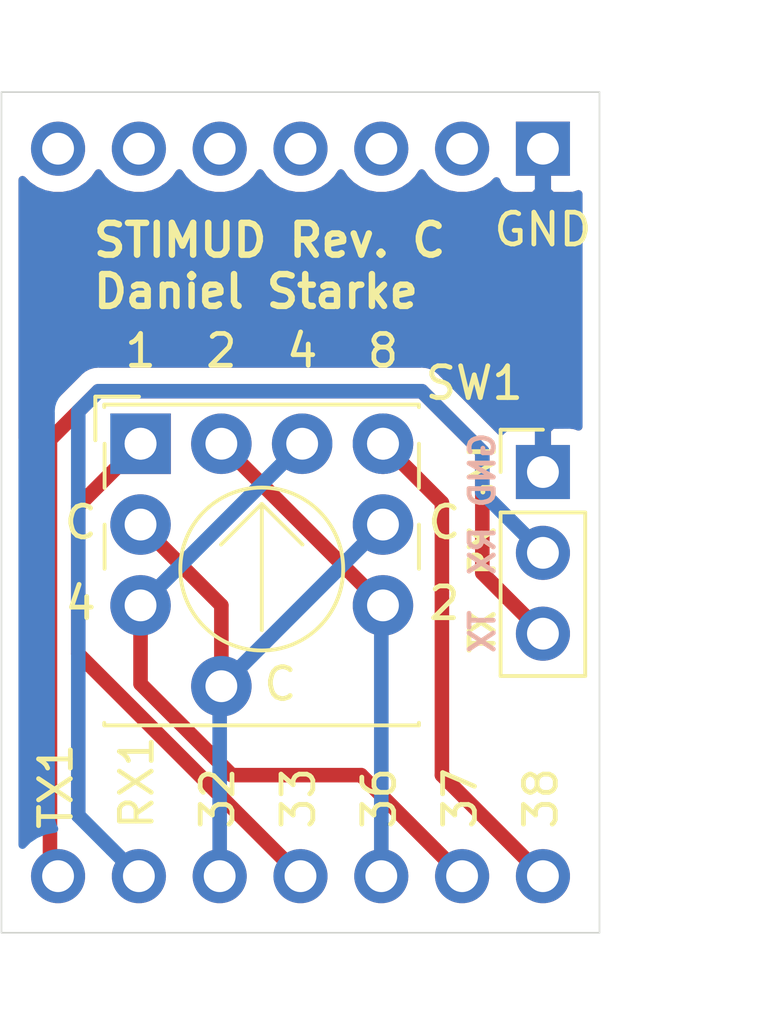
<source format=kicad_pcb>
(kicad_pcb (version 20171130) (host pcbnew "(5.1.5)-3")

  (general
    (thickness 1.6)
    (drawings 28)
    (tracks 38)
    (zones 0)
    (modules 5)
    (nets 15)
  )

  (page A4)
  (layers
    (0 F.Cu signal)
    (31 B.Cu signal)
    (32 B.Adhes user)
    (33 F.Adhes user)
    (34 B.Paste user)
    (35 F.Paste user)
    (36 B.SilkS user)
    (37 F.SilkS user)
    (38 B.Mask user)
    (39 F.Mask user)
    (40 Dwgs.User user)
    (41 Cmts.User user)
    (42 Eco1.User user)
    (43 Eco2.User user)
    (44 Edge.Cuts user)
    (45 Margin user)
    (46 B.CrtYd user)
    (47 F.CrtYd user)
    (48 B.Fab user)
    (49 F.Fab user)
  )

  (setup
    (last_trace_width 0.4572)
    (trace_clearance 0.254)
    (zone_clearance 0.508)
    (zone_45_only no)
    (trace_min 0.0889)
    (via_size 0.5)
    (via_drill 0.3)
    (via_min_size 0.5)
    (via_min_drill 0.3)
    (uvia_size 0.5)
    (uvia_drill 0.3)
    (uvias_allowed no)
    (uvia_min_size 0.5)
    (uvia_min_drill 0.3)
    (edge_width 0.05)
    (segment_width 0.2)
    (pcb_text_width 0.3)
    (pcb_text_size 1.5 1.5)
    (mod_edge_width 0.12)
    (mod_text_size 1 1)
    (mod_text_width 0.15)
    (pad_size 1.7 1.7)
    (pad_drill 1)
    (pad_to_mask_clearance 0.0889)
    (solder_mask_min_width 0.0889)
    (aux_axis_origin 26.162 47.498)
    (visible_elements 7FFFFFFF)
    (pcbplotparams
      (layerselection 0x010f0_ffffffff)
      (usegerberextensions false)
      (usegerberattributes false)
      (usegerberadvancedattributes false)
      (creategerberjobfile false)
      (excludeedgelayer false)
      (linewidth 0.020000)
      (plotframeref false)
      (viasonmask false)
      (mode 1)
      (useauxorigin true)
      (hpglpennumber 1)
      (hpglpenspeed 20)
      (hpglpendiameter 15.000000)
      (psnegative false)
      (psa4output false)
      (plotreference true)
      (plotvalue true)
      (plotinvisibletext false)
      (padsonsilk false)
      (subtractmaskfromsilk false)
      (outputformat 1)
      (mirror false)
      (drillshape 0)
      (scaleselection 1)
      (outputdirectory "gerber"))
  )

  (net 0 "")
  (net 1 "Net-(J1-Pad6)")
  (net 2 "Net-(J1-Pad5)")
  (net 3 "Net-(J1-Pad4)")
  (net 4 "Net-(J1-Pad3)")
  (net 5 "Net-(J1-Pad2)")
  (net 6 "Net-(J1-Pad1)")
  (net 7 "Net-(J2-Pad6)")
  (net 8 "Net-(J2-Pad5)")
  (net 9 "Net-(J2-Pad4)")
  (net 10 "Net-(J2-Pad3)")
  (net 11 GND)
  (net 12 "Net-(J2-Pad7)")
  (net 13 /RX)
  (net 14 /TX)

  (net_class Default "This is the default net class."
    (clearance 0.254)
    (trace_width 0.4572)
    (via_dia 0.5)
    (via_drill 0.3)
    (uvia_dia 0.5)
    (uvia_drill 0.3)
    (diff_pair_width 0.1524)
    (diff_pair_gap 0.1524)
    (add_net /RX)
    (add_net /TX)
    (add_net GND)
    (add_net "Net-(J1-Pad1)")
    (add_net "Net-(J1-Pad2)")
    (add_net "Net-(J1-Pad3)")
    (add_net "Net-(J1-Pad4)")
    (add_net "Net-(J1-Pad5)")
    (add_net "Net-(J1-Pad6)")
    (add_net "Net-(J2-Pad3)")
    (add_net "Net-(J2-Pad4)")
    (add_net "Net-(J2-Pad5)")
    (add_net "Net-(J2-Pad6)")
    (add_net "Net-(J2-Pad7)")
  )

  (module Connector_PinHeader_2.54mm:PinHeader_1x03_P2.54mm_Vertical (layer F.Cu) (tedit 59FED5CC) (tstamp 5EE4EF69)
    (at 43.18 33.02)
    (descr "Through hole straight pin header, 1x03, 2.54mm pitch, single row")
    (tags "Through hole pin header THT 1x03 2.54mm single row")
    (path /5EE53CDC)
    (fp_text reference J3 (at 0 -2.33) (layer F.SilkS) hide
      (effects (font (size 1 1) (thickness 0.15)))
    )
    (fp_text value Conn_01x03_Male (at 0 7.41) (layer F.Fab)
      (effects (font (size 1 1) (thickness 0.15)))
    )
    (fp_text user %R (at 0 2.54 90) (layer F.Fab)
      (effects (font (size 1 1) (thickness 0.15)))
    )
    (fp_line (start 1.8 -1.8) (end -1.8 -1.8) (layer F.CrtYd) (width 0.05))
    (fp_line (start 1.8 6.85) (end 1.8 -1.8) (layer F.CrtYd) (width 0.05))
    (fp_line (start -1.8 6.85) (end 1.8 6.85) (layer F.CrtYd) (width 0.05))
    (fp_line (start -1.8 -1.8) (end -1.8 6.85) (layer F.CrtYd) (width 0.05))
    (fp_line (start -1.33 -1.33) (end 0 -1.33) (layer F.SilkS) (width 0.12))
    (fp_line (start -1.33 0) (end -1.33 -1.33) (layer F.SilkS) (width 0.12))
    (fp_line (start -1.33 1.27) (end 1.33 1.27) (layer F.SilkS) (width 0.12))
    (fp_line (start 1.33 1.27) (end 1.33 6.41) (layer F.SilkS) (width 0.12))
    (fp_line (start -1.33 1.27) (end -1.33 6.41) (layer F.SilkS) (width 0.12))
    (fp_line (start -1.33 6.41) (end 1.33 6.41) (layer F.SilkS) (width 0.12))
    (fp_line (start -1.27 -0.635) (end -0.635 -1.27) (layer F.Fab) (width 0.1))
    (fp_line (start -1.27 6.35) (end -1.27 -0.635) (layer F.Fab) (width 0.1))
    (fp_line (start 1.27 6.35) (end -1.27 6.35) (layer F.Fab) (width 0.1))
    (fp_line (start 1.27 -1.27) (end 1.27 6.35) (layer F.Fab) (width 0.1))
    (fp_line (start -0.635 -1.27) (end 1.27 -1.27) (layer F.Fab) (width 0.1))
    (pad 3 thru_hole oval (at 0 5.08) (size 1.7 1.7) (drill 1) (layers *.Cu *.Mask)
      (net 14 /TX))
    (pad 2 thru_hole oval (at 0 2.54) (size 1.7 1.7) (drill 1) (layers *.Cu *.Mask)
      (net 13 /RX))
    (pad 1 thru_hole rect (at 0 0) (size 1.7 1.7) (drill 1) (layers *.Cu *.Mask)
      (net 11 GND))
    (model ${KISYS3DMOD}/Connector_PinHeader_2.54mm.3dshapes/PinHeader_1x03_P2.54mm_Vertical.wrl
      (at (xyz 0 0 0))
      (scale (xyz 1 1 1))
      (rotate (xyz 0 0 0))
    )
  )

  (module Connector_PinSocket_2.54mm:PinSocket_1x07_P2.54mm_Vertical (layer B.Cu) (tedit 5E6FFD37) (tstamp 5E69FD8B)
    (at 27.94 45.72 270)
    (descr "Through hole straight socket strip, 1x07, 2.54mm pitch, single row (from Kicad 4.0.7), script generated")
    (tags "Through hole socket strip THT 1x07 2.54mm single row")
    (path /5E6A0BFC)
    (fp_text reference J2 (at 0 2.77 90) (layer B.SilkS) hide
      (effects (font (size 1 1) (thickness 0.15)) (justify mirror))
    )
    (fp_text value Conn_01x07 (at 0 -18.01 90) (layer B.Fab)
      (effects (font (size 1 1) (thickness 0.15)) (justify mirror))
    )
    (fp_text user %R (at 0 -7.62) (layer B.Fab)
      (effects (font (size 1 1) (thickness 0.15)) (justify mirror))
    )
    (fp_line (start -1.8 -17) (end -1.8 1.8) (layer B.CrtYd) (width 0.05))
    (fp_line (start 1.75 -17) (end -1.8 -17) (layer B.CrtYd) (width 0.05))
    (fp_line (start 1.75 1.8) (end 1.75 -17) (layer B.CrtYd) (width 0.05))
    (fp_line (start -1.8 1.8) (end 1.75 1.8) (layer B.CrtYd) (width 0.05))
    (fp_line (start -1.27 -16.51) (end -1.27 1.27) (layer B.Fab) (width 0.1))
    (fp_line (start 1.27 -16.51) (end -1.27 -16.51) (layer B.Fab) (width 0.1))
    (fp_line (start 1.27 0.635) (end 1.27 -16.51) (layer B.Fab) (width 0.1))
    (fp_line (start 0.635 1.27) (end 1.27 0.635) (layer B.Fab) (width 0.1))
    (fp_line (start -1.27 1.27) (end 0.635 1.27) (layer B.Fab) (width 0.1))
    (pad 7 thru_hole oval (at 0 -15.24 270) (size 1.7 1.7) (drill 1) (layers *.Cu *.Mask)
      (net 12 "Net-(J2-Pad7)"))
    (pad 6 thru_hole oval (at 0 -12.7 270) (size 1.7 1.7) (drill 1) (layers *.Cu *.Mask)
      (net 7 "Net-(J2-Pad6)"))
    (pad 5 thru_hole oval (at 0 -10.16 270) (size 1.7 1.7) (drill 1) (layers *.Cu *.Mask)
      (net 8 "Net-(J2-Pad5)"))
    (pad 4 thru_hole oval (at 0 -7.62 270) (size 1.7 1.7) (drill 1) (layers *.Cu *.Mask)
      (net 9 "Net-(J2-Pad4)"))
    (pad 3 thru_hole oval (at 0 -5.08 270) (size 1.7 1.7) (drill 1) (layers *.Cu *.Mask)
      (net 10 "Net-(J2-Pad3)"))
    (pad 2 thru_hole oval (at 0 -2.54 270) (size 1.7 1.7) (drill 1) (layers *.Cu *.Mask)
      (net 13 /RX))
    (pad 1 thru_hole circle (at 0 0 270) (size 1.7 1.7) (drill 1) (layers *.Cu *.Mask)
      (net 14 /TX))
    (model ${KISYS3DMOD}/Connector_PinSocket_2.54mm.3dshapes/PinSocket_1x07_P2.54mm_Vertical.wrl
      (at (xyz 0 0 0))
      (scale (xyz 1 1 1))
      (rotate (xyz 0 0 0))
    )
  )

  (module Connector_PinSocket_2.54mm:PinSocket_1x07_P2.54mm_Vertical (layer B.Cu) (tedit 5E6FFD20) (tstamp 5E69FD70)
    (at 27.94 22.86 270)
    (descr "Through hole straight socket strip, 1x07, 2.54mm pitch, single row (from Kicad 4.0.7), script generated")
    (tags "Through hole socket strip THT 1x07 2.54mm single row")
    (path /5E69FBFF)
    (fp_text reference J1 (at 0 2.77 90) (layer B.SilkS) hide
      (effects (font (size 1 1) (thickness 0.15)) (justify mirror))
    )
    (fp_text value Conn_01x07 (at 0 -18.01 90) (layer B.Fab)
      (effects (font (size 1 1) (thickness 0.15)) (justify mirror))
    )
    (fp_text user %R (at 0 -7.62) (layer B.Fab)
      (effects (font (size 1 1) (thickness 0.15)) (justify mirror))
    )
    (fp_line (start -1.8 -17) (end -1.8 1.8) (layer B.CrtYd) (width 0.05))
    (fp_line (start 1.75 -17) (end -1.8 -17) (layer B.CrtYd) (width 0.05))
    (fp_line (start 1.75 1.8) (end 1.75 -17) (layer B.CrtYd) (width 0.05))
    (fp_line (start -1.8 1.8) (end 1.75 1.8) (layer B.CrtYd) (width 0.05))
    (fp_line (start -1.27 -16.51) (end -1.27 1.27) (layer B.Fab) (width 0.1))
    (fp_line (start 1.27 -16.51) (end -1.27 -16.51) (layer B.Fab) (width 0.1))
    (fp_line (start 1.27 0.635) (end 1.27 -16.51) (layer B.Fab) (width 0.1))
    (fp_line (start 0.635 1.27) (end 1.27 0.635) (layer B.Fab) (width 0.1))
    (fp_line (start -1.27 1.27) (end 0.635 1.27) (layer B.Fab) (width 0.1))
    (pad 7 thru_hole rect (at 0 -15.24 270) (size 1.7 1.7) (drill 1) (layers *.Cu *.Mask)
      (net 11 GND))
    (pad 6 thru_hole oval (at 0 -12.7 270) (size 1.7 1.7) (drill 1) (layers *.Cu *.Mask)
      (net 1 "Net-(J1-Pad6)"))
    (pad 5 thru_hole oval (at 0 -10.16 270) (size 1.7 1.7) (drill 1) (layers *.Cu *.Mask)
      (net 2 "Net-(J1-Pad5)"))
    (pad 4 thru_hole oval (at 0 -7.62 270) (size 1.7 1.7) (drill 1) (layers *.Cu *.Mask)
      (net 3 "Net-(J1-Pad4)"))
    (pad 3 thru_hole oval (at 0 -5.08 270) (size 1.7 1.7) (drill 1) (layers *.Cu *.Mask)
      (net 4 "Net-(J1-Pad3)"))
    (pad 2 thru_hole oval (at 0 -2.54 270) (size 1.7 1.7) (drill 1) (layers *.Cu *.Mask)
      (net 5 "Net-(J1-Pad2)"))
    (pad 1 thru_hole circle (at 0 0 270) (size 1.7 1.7) (drill 1) (layers *.Cu *.Mask)
      (net 6 "Net-(J1-Pad1)"))
    (model ${KISYS3DMOD}/Connector_PinSocket_2.54mm.3dshapes/PinSocket_1x07_P2.54mm_Vertical.wrl
      (at (xyz 0 0 0))
      (scale (xyz 1 1 1))
      (rotate (xyz 0 0 0))
    )
  )

  (module Button_Switch_THT:Nidec_Copal_SH-7010C (layer F.Cu) (tedit 5E6FF2D2) (tstamp 5E69DAA1)
    (at 30.5325 32.131)
    (descr "4-bit rotary coded switch, through-hole, https://www.nidec-copal-electronics.com/e/catalog/switch/sh-7000.pdf")
    (tags "rotary switch bcd")
    (path /5E695944)
    (fp_text reference SW1 (at 10.4885 -1.905) (layer F.SilkS)
      (effects (font (size 1 1) (thickness 0.15)))
    )
    (fp_text value SW_Coded_SH-7050 (at 3.81 7.44) (layer F.Fab)
      (effects (font (size 1 1) (thickness 0.15)))
    )
    (fp_text user %R (at 3.81 2.54) (layer F.Fab)
      (effects (font (size 1 1) (thickness 0.15)))
    )
    (fp_line (start 8.92 -1.36) (end -1.3 -1.36) (layer F.CrtYd) (width 0.05))
    (fp_line (start 8.92 6.44) (end 8.92 -1.36) (layer F.CrtYd) (width 0.05))
    (fp_line (start -1.3 6.44) (end 8.92 6.44) (layer F.CrtYd) (width 0.05))
    (fp_line (start -1.3 -1.36) (end -1.3 6.44) (layer F.CrtYd) (width 0.05))
    (fp_line (start -1.42 -1.48) (end -0.05 -1.48) (layer F.SilkS) (width 0.12))
    (fp_line (start -1.42 -0.11) (end -1.42 -1.48) (layer F.SilkS) (width 0.12))
    (fp_line (start 0.26 -0.11) (end 1.26 -1.11) (layer F.Fab) (width 0.1))
    (fp_line (start 0.26 6.19) (end 0.26 -0.11) (layer F.Fab) (width 0.1))
    (fp_line (start 7.36 6.19) (end 0.26 6.19) (layer F.Fab) (width 0.1))
    (fp_line (start 7.36 -1.11) (end 7.36 6.19) (layer F.Fab) (width 0.1))
    (fp_line (start 1.26 -1.11) (end 7.36 -1.11) (layer F.Fab) (width 0.1))
    (pad 2 thru_hole circle (at 7.62 5.08) (size 1.9 1.9) (drill 1) (layers *.Cu *.Mask)
      (net 8 "Net-(J2-Pad5)"))
    (pad 4 thru_hole circle (at 0 5.08) (size 1.9 1.9) (drill 1) (layers *.Cu *.Mask)
      (net 7 "Net-(J2-Pad6)"))
    (pad C thru_hole circle (at 7.62 2.54) (size 1.9 1.9) (drill 1) (layers *.Cu *.Mask)
      (net 10 "Net-(J2-Pad3)"))
    (pad C thru_hole circle (at 0 2.54) (size 1.9 1.9) (drill 1) (layers *.Cu *.Mask)
      (net 10 "Net-(J2-Pad3)"))
    (pad 8 thru_hole circle (at 7.62 0) (size 1.9 1.9) (drill 1) (layers *.Cu *.Mask)
      (net 12 "Net-(J2-Pad7)"))
    (pad 1 thru_hole rect (at 0 0) (size 1.9 1.9) (drill 1) (layers *.Cu *.Mask)
      (net 9 "Net-(J2-Pad4)"))
    (model ../switch-a/8421C.step
      (offset (xyz -1.2065 -7.62 0))
      (scale (xyz 1 1 1))
      (rotate (xyz 0 0 0))
    )
  )

  (module Button_Switch_THT:ROT_10 (layer F.Cu) (tedit 5E6FF2B2) (tstamp 5E6B49EB)
    (at 30.5325 32.131)
    (descr "4-bit rotary coded switch, through-hole, https://www.nidec-copal-electronics.com/e/catalog/switch/sh-7000.pdf")
    (tags "rotary switch bcd")
    (path /5E6ABE40)
    (fp_text reference SW2 (at 11.176 3.302) (layer F.SilkS) hide
      (effects (font (size 1 1) (thickness 0.15)))
    )
    (fp_text value SW_Coded_SH-7010 (at 3.81 9.652) (layer F.Fab)
      (effects (font (size 1 1) (thickness 0.15)))
    )
    (fp_text user %R (at 3.81 2.54) (layer F.Fab)
      (effects (font (size 1 1) (thickness 0.15)))
    )
    (fp_line (start 8.92 -1.36) (end -1.3 -1.36) (layer F.CrtYd) (width 0.05))
    (fp_line (start 8.89 8.89) (end 8.92 -1.36) (layer F.CrtYd) (width 0.05))
    (fp_line (start -1.3 8.89) (end 8.89 8.89) (layer F.CrtYd) (width 0.05))
    (fp_line (start -1.3 -1.36) (end -1.3 8.89) (layer F.CrtYd) (width 0.05))
    (fp_line (start 3.81 1.89) (end 5.09 3.17) (layer F.SilkS) (width 0.12))
    (fp_line (start 2.53 3.17) (end 3.81 1.89) (layer F.SilkS) (width 0.12))
    (fp_line (start 3.81 2.017) (end 3.81 5.857) (layer F.SilkS) (width 0.12))
    (fp_line (start -1.42 -1.48) (end -0.05 -1.48) (layer F.SilkS) (width 0.12))
    (fp_line (start -1.42 -0.11) (end -1.42 -1.48) (layer F.SilkS) (width 0.12))
    (fp_line (start 8.75 2.54) (end 8.75 3.93) (layer F.SilkS) (width 0.12))
    (fp_line (start 8.75 0) (end 8.75 1.39) (layer F.SilkS) (width 0.12))
    (fp_line (start -1.13 2.54) (end -1.13 3.93) (layer F.SilkS) (width 0.12))
    (fp_line (start -1.13 0) (end -1.13 1.39) (layer F.SilkS) (width 0.12))
    (fp_line (start 8.75 8.85) (end 8.75 8.77) (layer F.SilkS) (width 0.12))
    (fp_line (start -1.14 8.85) (end 8.75 8.85) (layer F.SilkS) (width 0.12))
    (fp_line (start -1.14 8.77) (end -1.14 8.85) (layer F.SilkS) (width 0.12))
    (fp_line (start 8.75 -1.23) (end 8.75 -1.15) (layer F.SilkS) (width 0.12))
    (fp_line (start -1.14 -1.23) (end 8.75 -1.23) (layer F.SilkS) (width 0.12))
    (fp_line (start -1.14 -1.15) (end -1.14 -1.23) (layer F.SilkS) (width 0.12))
    (fp_line (start -1 -0.11) (end 0 -1.11) (layer F.Fab) (width 0.1))
    (fp_line (start -1.01 8.73) (end -1.01 -0.11) (layer F.Fab) (width 0.1))
    (fp_line (start 8.63 8.73) (end 0.26 8.73) (layer F.Fab) (width 0.1))
    (fp_line (start 8.63 -1.11) (end 8.63 8.73) (layer F.Fab) (width 0.1))
    (fp_line (start 0 -1.11) (end 8.63 -1.11) (layer F.Fab) (width 0.1))
    (fp_circle (center 3.81 3.937) (end 6.37 3.937) (layer F.SilkS) (width 0.12))
    (pad C thru_hole circle (at 2.54 7.62) (size 1.9 1.9) (drill 1) (layers *.Cu *.Mask)
      (net 10 "Net-(J2-Pad3)"))
    (pad 4 thru_hole circle (at 5.08 0) (size 1.9 1.9) (drill 1) (layers *.Cu *.Mask)
      (net 7 "Net-(J2-Pad6)"))
    (pad 2 thru_hole circle (at 2.54 0) (size 1.9 1.9) (drill 1) (layers *.Cu *.Mask)
      (net 8 "Net-(J2-Pad5)"))
    (pad 8 thru_hole circle (at 7.62 0) (size 1.9 1.9) (drill 1) (layers *.Cu *.Mask)
      (net 12 "Net-(J2-Pad7)"))
    (pad 1 thru_hole rect (at 0 0) (size 1.9 1.9) (drill 1) (layers *.Cu *.Mask)
      (net 9 "Net-(J2-Pad4)"))
    (model ${KISYS3DMOD}/Button_Switch_THT.3dshapes/Nidec_Copal_SH-7010C.wrl
      (at (xyz 0 0 0))
      (scale (xyz 1 1 1))
      (rotate (xyz 0 0 0))
    )
  )

  (gr_text TX (at 41.275 38.04 90) (layer B.SilkS) (tstamp 5EE4F10D)
    (effects (font (size 0.762 0.762) (thickness 0.15)) (justify mirror))
  )
  (gr_text GND (at 41.275 32.96 90) (layer B.SilkS) (tstamp 5EE4F10C)
    (effects (font (size 0.762 0.762) (thickness 0.15)) (justify mirror))
  )
  (gr_text RX (at 41.275 35.5 90) (layer B.SilkS) (tstamp 5EE4F10B)
    (effects (font (size 0.762 0.762) (thickness 0.15)) (justify mirror))
  )
  (gr_text TX (at 41.275 38.04 90) (layer F.SilkS) (tstamp 5EE4F0D5)
    (effects (font (size 0.762 0.762) (thickness 0.15)))
  )
  (gr_text RX (at 41.275 35.5 90) (layer F.SilkS) (tstamp 5EE4F0D5)
    (effects (font (size 0.762 0.762) (thickness 0.15)))
  )
  (gr_text GND (at 41.275 32.96 90) (layer F.SilkS) (tstamp 5EE4F0D0)
    (effects (font (size 0.762 0.762) (thickness 0.15)))
  )
  (gr_text 37 (at 40.5725 43.27519 90) (layer F.SilkS) (tstamp 5EE4E70C)
    (effects (font (size 1 1) (thickness 0.15)))
  )
  (gr_text C (at 34.925 39.6835) (layer F.SilkS) (tstamp 5E6FF9BE)
    (effects (font (size 1 1) (thickness 0.15)))
  )
  (gr_text C (at 28.6495 34.6035) (layer F.SilkS) (tstamp 5E6FF9B8)
    (effects (font (size 1 1) (thickness 0.15)))
  )
  (gr_text C (at 40.0795 34.6035) (layer F.SilkS) (tstamp 5E6FF9B3)
    (effects (font (size 1 1) (thickness 0.15)))
  )
  (gr_text 2 (at 40.0795 37.1435) (layer F.SilkS) (tstamp 5E6FF9AD)
    (effects (font (size 1 1) (thickness 0.15)))
  )
  (gr_text 4 (at 28.6495 37.1435) (layer F.SilkS) (tstamp 5E6FF9AD)
    (effects (font (size 1 1) (thickness 0.15)))
  )
  (gr_text 8 (at 38.1525 29.21) (layer F.SilkS) (tstamp 5E6FF931)
    (effects (font (size 1 1) (thickness 0.15)))
  )
  (gr_text 4 (at 35.6125 29.21) (layer F.SilkS) (tstamp 5E6FF931)
    (effects (font (size 1 1) (thickness 0.15)))
  )
  (gr_text 2 (at 33.0725 29.21) (layer F.SilkS) (tstamp 5E6FF931)
    (effects (font (size 1 1) (thickness 0.15)))
  )
  (gr_text 1 (at 30.5325 29.21) (layer F.SilkS) (tstamp 5E6FF92B)
    (effects (font (size 1 1) (thickness 0.15)))
  )
  (gr_text GND (at 43.18 25.4) (layer F.SilkS) (tstamp 5E6A00A8)
    (effects (font (size 1 1) (thickness 0.15)))
  )
  (gr_text "STIMUD Rev. C\nDaniel Starke" (at 28.956 26.543) (layer F.SilkS)
    (effects (font (size 1 1) (thickness 0.2032)) (justify left))
  )
  (gr_text 36 (at 38.0325 43.27519 90) (layer F.SilkS) (tstamp 5E69E101)
    (effects (font (size 1 1) (thickness 0.15)))
  )
  (gr_text 38 (at 43.1125 43.27519 90) (layer F.SilkS) (tstamp 5E69E100)
    (effects (font (size 1 1) (thickness 0.15)))
  )
  (gr_text TX1 (at 27.8725 42.894238 90) (layer F.SilkS) (tstamp 5E69E0FF)
    (effects (font (size 1 1) (thickness 0.15)))
  )
  (gr_text RX1 (at 30.4125 42.77519 90) (layer F.SilkS) (tstamp 5E69E0FE)
    (effects (font (size 1 1) (thickness 0.15)))
  )
  (gr_text 33 (at 35.4925 43.27519 90) (layer F.SilkS) (tstamp 5E69E0FD)
    (effects (font (size 1 1) (thickness 0.15)))
  )
  (gr_text 32 (at 32.9525 43.27519 90) (layer F.SilkS) (tstamp 5E69E0FC)
    (effects (font (size 1 1) (thickness 0.15)))
  )
  (gr_line (start 44.958 21.082) (end 26.162 21.082) (layer Edge.Cuts) (width 0.05) (tstamp 5E69DD2F))
  (gr_line (start 44.958 47.498) (end 44.958 21.082) (layer Edge.Cuts) (width 0.05) (tstamp 5E69FFF0))
  (gr_line (start 26.162 47.498) (end 44.958 47.498) (layer Edge.Cuts) (width 0.05))
  (gr_line (start 26.162 21.082) (end 26.162 47.498) (layer Edge.Cuts) (width 0.05))

  (segment (start 30.5325 37.211) (end 35.6125 32.131) (width 0.4572) (layer B.Cu) (net 7))
  (segment (start 39.790001 44.870001) (end 40.64 45.72) (width 0.4572) (layer F.Cu) (net 7))
  (segment (start 37.465 42.545) (end 39.790001 44.870001) (width 0.4572) (layer F.Cu) (net 7))
  (segment (start 33.401 42.545) (end 37.465 42.545) (width 0.4572) (layer F.Cu) (net 7))
  (segment (start 30.5325 37.211) (end 30.5325 39.6765) (width 0.4572) (layer F.Cu) (net 7))
  (segment (start 30.5325 39.6765) (end 33.401 42.545) (width 0.4572) (layer F.Cu) (net 7))
  (segment (start 33.0725 32.131) (end 33.02 32.131) (width 0.4572) (layer F.Cu) (net 8))
  (segment (start 38.1525 37.211) (end 33.0725 32.131) (width 0.4572) (layer F.Cu) (net 8))
  (segment (start 38.1 37.2635) (end 38.1525 37.211) (width 0.4572) (layer B.Cu) (net 8))
  (segment (start 38.1 45.72) (end 38.1 37.2635) (width 0.4572) (layer B.Cu) (net 8))
  (segment (start 28.575 34.0885) (end 30.5325 32.131) (width 0.4572) (layer F.Cu) (net 9))
  (segment (start 35.56 45.72) (end 28.575 38.735) (width 0.4572) (layer F.Cu) (net 9))
  (segment (start 28.575 38.735) (end 28.575 34.0885) (width 0.4572) (layer F.Cu) (net 9))
  (segment (start 33.02 39.8035) (end 33.0725 39.751) (width 0.4572) (layer B.Cu) (net 10))
  (segment (start 33.02 45.72) (end 33.02 39.8035) (width 0.4572) (layer B.Cu) (net 10))
  (segment (start 33.0725 37.211) (end 30.5325 34.671) (width 0.4572) (layer F.Cu) (net 10))
  (segment (start 33.0725 39.751) (end 33.0725 37.211) (width 0.4572) (layer F.Cu) (net 10))
  (segment (start 34.022499 38.801001) (end 38.1525 34.671) (width 0.4572) (layer B.Cu) (net 10))
  (segment (start 33.0725 39.751) (end 34.022499 38.801001) (width 0.4572) (layer B.Cu) (net 10))
  (segment (start 43.18 33.02) (end 43.18 22.86) (width 0.4572) (layer F.Cu) (net 11))
  (segment (start 40.005 33.9835) (end 38.1525 32.131) (width 0.4572) (layer F.Cu) (net 12))
  (segment (start 43.18 45.72) (end 40.005 42.545) (width 0.4572) (layer F.Cu) (net 12))
  (segment (start 40.005 42.545) (end 40.005 33.9835) (width 0.4572) (layer F.Cu) (net 12))
  (segment (start 29.630001 44.870001) (end 30.48 45.72) (width 0.4572) (layer B.Cu) (net 13))
  (segment (start 28.575 43.815) (end 29.630001 44.870001) (width 0.4572) (layer B.Cu) (net 13))
  (segment (start 28.575 31.115) (end 28.575 43.815) (width 0.4572) (layer B.Cu) (net 13))
  (segment (start 41.275 33.655) (end 41.275 32.385) (width 0.4572) (layer B.Cu) (net 13))
  (segment (start 43.18 35.56) (end 41.275 33.655) (width 0.4572) (layer B.Cu) (net 13))
  (segment (start 41.275 32.385) (end 39.37 30.48) (width 0.4572) (layer B.Cu) (net 13))
  (segment (start 39.37 30.48) (end 29.21 30.48) (width 0.4572) (layer B.Cu) (net 13))
  (segment (start 29.21 30.48) (end 28.575 31.115) (width 0.4572) (layer B.Cu) (net 13))
  (segment (start 41.275 36.195) (end 41.275 32.385) (width 0.4572) (layer F.Cu) (net 14))
  (segment (start 41.275 32.385) (end 39.37 30.48) (width 0.4572) (layer F.Cu) (net 14))
  (segment (start 43.18 38.1) (end 41.275 36.195) (width 0.4572) (layer F.Cu) (net 14))
  (segment (start 39.37 30.48) (end 29.21 30.48) (width 0.4572) (layer F.Cu) (net 14))
  (segment (start 27.686 45.466) (end 27.94 45.72) (width 0.4572) (layer F.Cu) (net 14))
  (segment (start 27.686 32.004) (end 27.686 45.466) (width 0.4572) (layer F.Cu) (net 14))
  (segment (start 29.21 30.48) (end 27.686 32.004) (width 0.4572) (layer F.Cu) (net 14))

  (zone (net 11) (net_name GND) (layer F.Cu) (tstamp 5E70018B) (hatch edge 0.508)
    (connect_pads (clearance 0.508))
    (min_thickness 0.254)
    (fill yes (arc_segments 32) (thermal_gap 0.508) (thermal_bridge_width 0.508))
    (polygon
      (pts
        (xy 44.704 47.244) (xy 26.416 47.244) (xy 26.416 21.336) (xy 44.704 21.336)
      )
    )
    (filled_polygon
      (pts
        (xy 43.307 22.733) (xy 43.327 22.733) (xy 43.327 22.987) (xy 43.307 22.987) (xy 43.307 24.18625)
        (xy 43.46575 24.345) (xy 44.03 24.348072) (xy 44.154482 24.335812) (xy 44.27418 24.299502) (xy 44.298001 24.286769)
        (xy 44.298001 31.593231) (xy 44.27418 31.580498) (xy 44.154482 31.544188) (xy 44.03 31.531928) (xy 43.46575 31.535)
        (xy 43.307 31.69375) (xy 43.307 32.893) (xy 43.327 32.893) (xy 43.327 33.147) (xy 43.307 33.147)
        (xy 43.307 33.167) (xy 43.053 33.167) (xy 43.053 33.147) (xy 43.033 33.147) (xy 43.033 32.893)
        (xy 43.053 32.893) (xy 43.053 31.69375) (xy 42.89425 31.535) (xy 42.33 31.531928) (xy 42.205518 31.544188)
        (xy 42.08582 31.580498) (xy 41.975506 31.639463) (xy 41.878815 31.718815) (xy 41.856976 31.745425) (xy 41.85566 31.744345)
        (xy 40.010664 29.89935) (xy 39.983612 29.866388) (xy 39.852112 29.758469) (xy 39.702084 29.678278) (xy 39.539295 29.628896)
        (xy 39.41242 29.6164) (xy 39.37 29.612222) (xy 39.32758 29.6164) (xy 29.252417 29.6164) (xy 29.209999 29.612222)
        (xy 29.167581 29.6164) (xy 29.16758 29.6164) (xy 29.040705 29.628896) (xy 28.877916 29.678278) (xy 28.727888 29.758469)
        (xy 28.596388 29.866388) (xy 28.569345 29.89934) (xy 27.10535 31.363337) (xy 27.072388 31.390388) (xy 26.964469 31.521889)
        (xy 26.884278 31.671917) (xy 26.845753 31.798916) (xy 26.834896 31.834706) (xy 26.822 31.965641) (xy 26.822 23.842107)
        (xy 26.993368 24.013475) (xy 27.236589 24.17599) (xy 27.506842 24.287932) (xy 27.79374 24.345) (xy 28.08626 24.345)
        (xy 28.373158 24.287932) (xy 28.643411 24.17599) (xy 28.886632 24.013475) (xy 29.093475 23.806632) (xy 29.21 23.63224)
        (xy 29.326525 23.806632) (xy 29.533368 24.013475) (xy 29.776589 24.17599) (xy 30.046842 24.287932) (xy 30.33374 24.345)
        (xy 30.62626 24.345) (xy 30.913158 24.287932) (xy 31.183411 24.17599) (xy 31.426632 24.013475) (xy 31.633475 23.806632)
        (xy 31.75 23.63224) (xy 31.866525 23.806632) (xy 32.073368 24.013475) (xy 32.316589 24.17599) (xy 32.586842 24.287932)
        (xy 32.87374 24.345) (xy 33.16626 24.345) (xy 33.453158 24.287932) (xy 33.723411 24.17599) (xy 33.966632 24.013475)
        (xy 34.173475 23.806632) (xy 34.29 23.63224) (xy 34.406525 23.806632) (xy 34.613368 24.013475) (xy 34.856589 24.17599)
        (xy 35.126842 24.287932) (xy 35.41374 24.345) (xy 35.70626 24.345) (xy 35.993158 24.287932) (xy 36.263411 24.17599)
        (xy 36.506632 24.013475) (xy 36.713475 23.806632) (xy 36.83 23.63224) (xy 36.946525 23.806632) (xy 37.153368 24.013475)
        (xy 37.396589 24.17599) (xy 37.666842 24.287932) (xy 37.95374 24.345) (xy 38.24626 24.345) (xy 38.533158 24.287932)
        (xy 38.803411 24.17599) (xy 39.046632 24.013475) (xy 39.253475 23.806632) (xy 39.37 23.63224) (xy 39.486525 23.806632)
        (xy 39.693368 24.013475) (xy 39.936589 24.17599) (xy 40.206842 24.287932) (xy 40.49374 24.345) (xy 40.78626 24.345)
        (xy 41.073158 24.287932) (xy 41.343411 24.17599) (xy 41.586632 24.013475) (xy 41.718487 23.88162) (xy 41.740498 23.95418)
        (xy 41.799463 24.064494) (xy 41.878815 24.161185) (xy 41.975506 24.240537) (xy 42.08582 24.299502) (xy 42.205518 24.335812)
        (xy 42.33 24.348072) (xy 42.89425 24.345) (xy 43.053 24.18625) (xy 43.053 22.987) (xy 43.033 22.987)
        (xy 43.033 22.733) (xy 43.053 22.733) (xy 43.053 22.713) (xy 43.307 22.713)
      )
    )
  )
  (zone (net 11) (net_name GND) (layer B.Cu) (tstamp 5E700188) (hatch edge 0.508)
    (connect_pads (clearance 0.508))
    (min_thickness 0.254)
    (fill yes (arc_segments 32) (thermal_gap 0.508) (thermal_bridge_width 0.508))
    (polygon
      (pts
        (xy 44.704 47.244) (xy 26.416 47.244) (xy 26.416 21.336) (xy 44.704 21.336)
      )
    )
    (filled_polygon
      (pts
        (xy 43.307 22.733) (xy 43.327 22.733) (xy 43.327 22.987) (xy 43.307 22.987) (xy 43.307 24.18625)
        (xy 43.46575 24.345) (xy 44.03 24.348072) (xy 44.154482 24.335812) (xy 44.27418 24.299502) (xy 44.298001 24.286769)
        (xy 44.298001 31.593231) (xy 44.27418 31.580498) (xy 44.154482 31.544188) (xy 44.03 31.531928) (xy 43.46575 31.535)
        (xy 43.307 31.69375) (xy 43.307 32.893) (xy 43.327 32.893) (xy 43.327 33.147) (xy 43.307 33.147)
        (xy 43.307 33.167) (xy 43.053 33.167) (xy 43.053 33.147) (xy 43.033 33.147) (xy 43.033 32.893)
        (xy 43.053 32.893) (xy 43.053 31.69375) (xy 42.89425 31.535) (xy 42.33 31.531928) (xy 42.205518 31.544188)
        (xy 42.08582 31.580498) (xy 41.975506 31.639463) (xy 41.878815 31.718815) (xy 41.856976 31.745425) (xy 41.85566 31.744345)
        (xy 40.010664 29.89935) (xy 39.983612 29.866388) (xy 39.852112 29.758469) (xy 39.702084 29.678278) (xy 39.539295 29.628896)
        (xy 39.41242 29.6164) (xy 39.37 29.612222) (xy 39.32758 29.6164) (xy 29.25242 29.6164) (xy 29.21 29.612222)
        (xy 29.16758 29.6164) (xy 29.040705 29.628896) (xy 28.877916 29.678278) (xy 28.727888 29.758469) (xy 28.596388 29.866388)
        (xy 28.569345 29.899341) (xy 27.99435 30.474337) (xy 27.961388 30.501388) (xy 27.853469 30.632889) (xy 27.773278 30.782917)
        (xy 27.726592 30.93682) (xy 27.723896 30.945706) (xy 27.707222 31.115) (xy 27.7114 31.15742) (xy 27.711401 43.77257)
        (xy 27.707222 43.815) (xy 27.723896 43.984294) (xy 27.773279 44.147084) (xy 27.82027 44.235) (xy 27.79374 44.235)
        (xy 27.506842 44.292068) (xy 27.236589 44.40401) (xy 26.993368 44.566525) (xy 26.822 44.737893) (xy 26.822 23.842107)
        (xy 26.993368 24.013475) (xy 27.236589 24.17599) (xy 27.506842 24.287932) (xy 27.79374 24.345) (xy 28.08626 24.345)
        (xy 28.373158 24.287932) (xy 28.643411 24.17599) (xy 28.886632 24.013475) (xy 29.093475 23.806632) (xy 29.21 23.63224)
        (xy 29.326525 23.806632) (xy 29.533368 24.013475) (xy 29.776589 24.17599) (xy 30.046842 24.287932) (xy 30.33374 24.345)
        (xy 30.62626 24.345) (xy 30.913158 24.287932) (xy 31.183411 24.17599) (xy 31.426632 24.013475) (xy 31.633475 23.806632)
        (xy 31.75 23.63224) (xy 31.866525 23.806632) (xy 32.073368 24.013475) (xy 32.316589 24.17599) (xy 32.586842 24.287932)
        (xy 32.87374 24.345) (xy 33.16626 24.345) (xy 33.453158 24.287932) (xy 33.723411 24.17599) (xy 33.966632 24.013475)
        (xy 34.173475 23.806632) (xy 34.29 23.63224) (xy 34.406525 23.806632) (xy 34.613368 24.013475) (xy 34.856589 24.17599)
        (xy 35.126842 24.287932) (xy 35.41374 24.345) (xy 35.70626 24.345) (xy 35.993158 24.287932) (xy 36.263411 24.17599)
        (xy 36.506632 24.013475) (xy 36.713475 23.806632) (xy 36.83 23.63224) (xy 36.946525 23.806632) (xy 37.153368 24.013475)
        (xy 37.396589 24.17599) (xy 37.666842 24.287932) (xy 37.95374 24.345) (xy 38.24626 24.345) (xy 38.533158 24.287932)
        (xy 38.803411 24.17599) (xy 39.046632 24.013475) (xy 39.253475 23.806632) (xy 39.37 23.63224) (xy 39.486525 23.806632)
        (xy 39.693368 24.013475) (xy 39.936589 24.17599) (xy 40.206842 24.287932) (xy 40.49374 24.345) (xy 40.78626 24.345)
        (xy 41.073158 24.287932) (xy 41.343411 24.17599) (xy 41.586632 24.013475) (xy 41.718487 23.88162) (xy 41.740498 23.95418)
        (xy 41.799463 24.064494) (xy 41.878815 24.161185) (xy 41.975506 24.240537) (xy 42.08582 24.299502) (xy 42.205518 24.335812)
        (xy 42.33 24.348072) (xy 42.89425 24.345) (xy 43.053 24.18625) (xy 43.053 22.987) (xy 43.033 22.987)
        (xy 43.033 22.733) (xy 43.053 22.733) (xy 43.053 22.713) (xy 43.307 22.713)
      )
    )
  )
)

</source>
